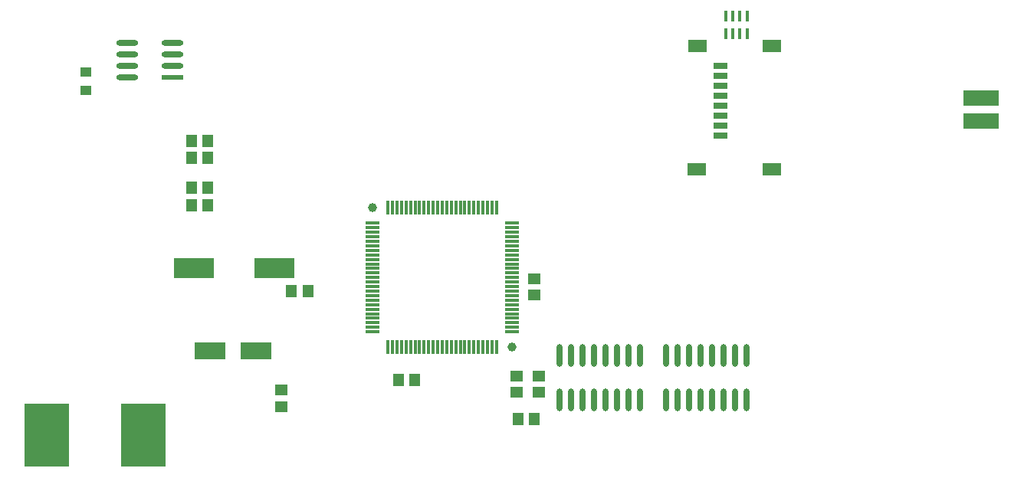
<source format=gtp>
%FSTAX24Y24*%
%MOIN*%
G70*
G01*
G75*
G04 Layer_Color=8421504*
%ADD10C,0.0100*%
%ADD11O,0.0276X0.0984*%
%ADD12R,0.0787X0.0571*%
%ADD13R,0.0591X0.0315*%
%ADD14R,0.0551X0.0472*%
%ADD15R,0.0472X0.0551*%
%ADD16R,0.0118X0.0591*%
%ADD17R,0.0591X0.0118*%
%ADD18C,0.0394*%
%ADD19R,0.0472X0.0532*%
%ADD20R,0.0532X0.0472*%
%ADD21R,0.1969X0.2756*%
%ADD22R,0.1732X0.0866*%
%ADD23R,0.1378X0.0748*%
%ADD24R,0.0177X0.0453*%
%ADD25R,0.1575X0.0670*%
%ADD26R,0.0945X0.0236*%
%ADD27O,0.0945X0.0236*%
%ADD28R,0.0512X0.0394*%
%ADD29C,0.0300*%
%ADD30C,0.0120*%
%ADD31C,0.0472*%
%ADD32C,0.0984*%
%ADD33R,0.0984X0.0984*%
%ADD34C,0.0650*%
%ADD35C,0.1161*%
%ADD36C,0.0591*%
%ADD37R,0.0591X0.0591*%
%ADD38C,0.0591*%
%ADD39R,0.0591X0.0591*%
%ADD40C,0.1181*%
%ADD41C,0.0787*%
%ADD42R,0.0728X0.0728*%
%ADD43C,0.0728*%
%ADD44R,0.0650X0.0650*%
%ADD45R,0.0787X0.0787*%
%ADD46C,0.1043*%
%ADD47R,0.0591X0.0591*%
%ADD48O,0.1890X0.0787*%
%ADD49O,0.0787X0.1890*%
%ADD50C,0.0700*%
%ADD51C,0.0800*%
%ADD52C,0.2362*%
%ADD53C,0.0240*%
%ADD54R,0.0374X0.0335*%
%ADD55O,0.0866X0.0236*%
%ADD56O,0.0709X0.0177*%
%ADD57O,0.0236X0.0906*%
%ADD58R,0.1634X0.0374*%
%ADD59R,0.3701X0.3228*%
%ADD60R,0.0906X0.0906*%
%ADD61R,0.0472X0.0256*%
%ADD62C,0.0200*%
D11*
X0443Y018685D02*
D03*
X0448D02*
D03*
X0453D02*
D03*
X0458D02*
D03*
X0463D02*
D03*
X0468D02*
D03*
X0473D02*
D03*
X0478D02*
D03*
X0443Y020615D02*
D03*
X0448D02*
D03*
X0453D02*
D03*
X0458D02*
D03*
X0463D02*
D03*
X0468D02*
D03*
X0473D02*
D03*
X0478D02*
D03*
X04895Y018677D02*
D03*
X04945D02*
D03*
X04995D02*
D03*
X05045D02*
D03*
X05095D02*
D03*
X05145D02*
D03*
X05195D02*
D03*
X05245D02*
D03*
X04895Y020606D02*
D03*
X04945D02*
D03*
X04995D02*
D03*
X05045D02*
D03*
X05095D02*
D03*
X05145D02*
D03*
X05195D02*
D03*
X05245D02*
D03*
D12*
X050316Y034074D02*
D03*
X053544D02*
D03*
X050276Y02872D02*
D03*
X053544D02*
D03*
D13*
X0513Y031033D02*
D03*
Y030167D02*
D03*
Y033198D02*
D03*
Y031899D02*
D03*
Y0306D02*
D03*
Y031466D02*
D03*
Y032332D02*
D03*
Y032765D02*
D03*
D14*
X04245Y019704D02*
D03*
Y018996D02*
D03*
X0434Y019704D02*
D03*
Y018996D02*
D03*
D15*
X043204Y01785D02*
D03*
X042496D02*
D03*
D16*
X041562Y027032D02*
D03*
X041365D02*
D03*
X041168D02*
D03*
X040972D02*
D03*
X040775D02*
D03*
X040578D02*
D03*
X040381D02*
D03*
X040184D02*
D03*
X039987D02*
D03*
X039791D02*
D03*
X039594D02*
D03*
X039397D02*
D03*
X0392D02*
D03*
X039003D02*
D03*
X038806D02*
D03*
X038609D02*
D03*
X038413D02*
D03*
X038216D02*
D03*
X038019D02*
D03*
X037822D02*
D03*
X037625D02*
D03*
X037428D02*
D03*
X037232D02*
D03*
X037035D02*
D03*
X036838D02*
D03*
Y020968D02*
D03*
X037035D02*
D03*
X037232D02*
D03*
X037428D02*
D03*
X037625D02*
D03*
X037822D02*
D03*
X038019D02*
D03*
X038216D02*
D03*
X038413D02*
D03*
X038609D02*
D03*
X038806D02*
D03*
X039003D02*
D03*
X0392D02*
D03*
X039397D02*
D03*
X039594D02*
D03*
X039791D02*
D03*
X039987D02*
D03*
X040184D02*
D03*
X040381D02*
D03*
X040578D02*
D03*
X040775D02*
D03*
X040972D02*
D03*
X041168D02*
D03*
X041365D02*
D03*
X041562D02*
D03*
D17*
X036168Y026362D02*
D03*
Y026165D02*
D03*
Y025968D02*
D03*
Y025772D02*
D03*
Y025575D02*
D03*
Y025378D02*
D03*
Y025181D02*
D03*
Y024984D02*
D03*
Y024787D02*
D03*
Y024591D02*
D03*
Y024394D02*
D03*
Y024197D02*
D03*
Y024D02*
D03*
Y023803D02*
D03*
Y023606D02*
D03*
Y023409D02*
D03*
Y023213D02*
D03*
Y023016D02*
D03*
Y022819D02*
D03*
Y022622D02*
D03*
Y022425D02*
D03*
Y022228D02*
D03*
Y022032D02*
D03*
Y021835D02*
D03*
Y021638D02*
D03*
X042231D02*
D03*
Y021835D02*
D03*
Y022032D02*
D03*
Y022228D02*
D03*
Y022425D02*
D03*
Y022622D02*
D03*
Y022819D02*
D03*
Y023016D02*
D03*
Y023213D02*
D03*
Y023409D02*
D03*
Y023606D02*
D03*
Y023803D02*
D03*
Y024D02*
D03*
Y024197D02*
D03*
Y024394D02*
D03*
Y024591D02*
D03*
Y024787D02*
D03*
Y024984D02*
D03*
Y025181D02*
D03*
Y025378D02*
D03*
Y025575D02*
D03*
Y025772D02*
D03*
Y025968D02*
D03*
Y026165D02*
D03*
Y026362D02*
D03*
D18*
X036168Y027032D02*
D03*
X042231Y020968D02*
D03*
D19*
X029Y0279D02*
D03*
X028291D02*
D03*
X029Y02715D02*
D03*
X028291D02*
D03*
X033354Y0234D02*
D03*
X032646D02*
D03*
X029Y02995D02*
D03*
X028291D02*
D03*
X029Y0292D02*
D03*
X028291D02*
D03*
X037296Y01955D02*
D03*
X038004D02*
D03*
D20*
X0432Y023246D02*
D03*
Y023954D02*
D03*
X0322Y0191D02*
D03*
Y018391D02*
D03*
D21*
X022013Y01715D02*
D03*
X026187D02*
D03*
D22*
X028398Y0244D02*
D03*
X031902D02*
D03*
D23*
X029096Y0208D02*
D03*
X031104D02*
D03*
D24*
X051835Y035368D02*
D03*
X05152D02*
D03*
Y0346D02*
D03*
X051835D02*
D03*
X05215D02*
D03*
X052465D02*
D03*
Y035368D02*
D03*
X05215D02*
D03*
D25*
X06265Y0308D02*
D03*
Y0318D02*
D03*
D26*
X027484Y0327D02*
D03*
D27*
Y0332D02*
D03*
Y0337D02*
D03*
Y0342D02*
D03*
X025516Y0327D02*
D03*
Y0332D02*
D03*
Y0337D02*
D03*
Y0342D02*
D03*
D28*
X0237Y032944D02*
D03*
Y032156D02*
D03*
M02*

</source>
